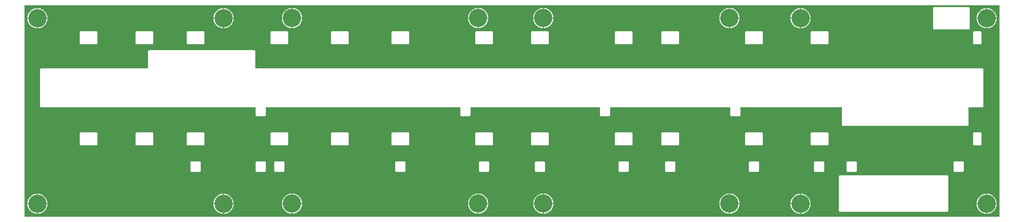
<source format=gtl>
G04 Layer: TopLayer*
G04 EasyEDA v6.5.32, 2023-07-25 14:04:49*
G04 a0b758befd8440d7b96d881f184d22a9,5a6b42c53f6a479593ecc07194224c93,10*
G04 Gerber Generator version 0.2*
G04 Scale: 100 percent, Rotated: No, Reflected: No *
G04 Dimensions in millimeters *
G04 leading zeros omitted , absolute positions ,4 integer and 5 decimal *
%FSLAX45Y45*%
%MOMM*%

%ADD10C,5.0000*%

%LPD*%
G36*
X671068Y15138907D02*
G01*
X667156Y15139669D01*
X663905Y15141905D01*
X661670Y15145156D01*
X660908Y15149068D01*
X660908Y20918932D01*
X661670Y20922843D01*
X663905Y20926094D01*
X667156Y20928330D01*
X671068Y20929092D01*
X27268932Y20929092D01*
X27272843Y20928330D01*
X27276094Y20926094D01*
X27278330Y20922843D01*
X27279092Y20918932D01*
X27279092Y15149068D01*
X27278330Y15145156D01*
X27276094Y15141905D01*
X27272843Y15139669D01*
X27268932Y15138907D01*
G37*

%LPC*%
G36*
X12771018Y20591780D02*
G01*
X13033908Y20591780D01*
X13033908Y20854517D01*
X13017754Y20853501D01*
X12994894Y20850098D01*
X12972389Y20844814D01*
X12950444Y20837702D01*
X12929108Y20828762D01*
X12908635Y20818043D01*
X12889128Y20805648D01*
X12870738Y20791678D01*
X12853568Y20776234D01*
X12837718Y20759369D01*
X12823393Y20741284D01*
X12810591Y20722031D01*
X12799466Y20701762D01*
X12790068Y20680680D01*
X12782448Y20658836D01*
X12776708Y20636484D01*
X12772898Y20613674D01*
G37*
G36*
X1028700Y15218562D02*
G01*
X1033322Y15218663D01*
X1056284Y15221051D01*
X1078992Y15225369D01*
X1101242Y15231618D01*
X1122934Y15239644D01*
X1143812Y15249499D01*
X1163828Y15261031D01*
X1182827Y15274239D01*
X1200607Y15288971D01*
X1217117Y15305125D01*
X1232204Y15322600D01*
X1245819Y15341295D01*
X1257757Y15361107D01*
X1268018Y15381782D01*
X1276553Y15403271D01*
X1283208Y15425369D01*
X1288034Y15447975D01*
X1290929Y15470936D01*
X1291336Y15481300D01*
X1028700Y15481300D01*
G37*
G36*
X21856700Y15218562D02*
G01*
X21861322Y15218663D01*
X21884284Y15221051D01*
X21906992Y15225369D01*
X21929242Y15231618D01*
X21950934Y15239644D01*
X21971812Y15249499D01*
X21991828Y15261031D01*
X22010827Y15274239D01*
X22028607Y15288971D01*
X22045117Y15305125D01*
X22060204Y15322600D01*
X22073819Y15341295D01*
X22085757Y15361107D01*
X22096018Y15381782D01*
X22104553Y15403271D01*
X22111208Y15425369D01*
X22116034Y15447975D01*
X22118929Y15470936D01*
X22119336Y15481300D01*
X21856700Y15481300D01*
G37*
G36*
X26936700Y15218562D02*
G01*
X26941322Y15218663D01*
X26964284Y15221051D01*
X26986992Y15225369D01*
X27009242Y15231618D01*
X27030934Y15239644D01*
X27051812Y15249499D01*
X27071827Y15261031D01*
X27090827Y15274239D01*
X27108607Y15288971D01*
X27125117Y15305125D01*
X27140204Y15322600D01*
X27153819Y15341295D01*
X27165757Y15361107D01*
X27176018Y15381782D01*
X27184553Y15403271D01*
X27191208Y15425369D01*
X27196034Y15447975D01*
X27198929Y15470936D01*
X27199336Y15481300D01*
X26936700Y15481300D01*
G37*
G36*
X26911300Y15218613D02*
G01*
X26911300Y15481300D01*
X26648410Y15481300D01*
X26650289Y15459405D01*
X26654150Y15436646D01*
X26659890Y15414244D01*
X26667460Y15392450D01*
X26676858Y15371318D01*
X26687983Y15351099D01*
X26700784Y15331846D01*
X26715161Y15313710D01*
X26730960Y15296896D01*
X26748130Y15281401D01*
X26766520Y15267432D01*
X26786027Y15255087D01*
X26806499Y15244368D01*
X26827835Y15235428D01*
X26849781Y15228265D01*
X26872285Y15222982D01*
X26895145Y15219629D01*
G37*
G36*
X21831300Y15218613D02*
G01*
X21831300Y15481300D01*
X21568410Y15481300D01*
X21570289Y15459405D01*
X21574150Y15436646D01*
X21579890Y15414244D01*
X21587460Y15392450D01*
X21596858Y15371318D01*
X21607983Y15351099D01*
X21620784Y15331846D01*
X21635161Y15313710D01*
X21650960Y15296896D01*
X21668130Y15281401D01*
X21686520Y15267432D01*
X21706027Y15255087D01*
X21726499Y15244368D01*
X21747835Y15235428D01*
X21769781Y15228265D01*
X21792285Y15222982D01*
X21815145Y15219629D01*
G37*
G36*
X6083300Y15218613D02*
G01*
X6083300Y15481300D01*
X5820410Y15481300D01*
X5822289Y15459405D01*
X5826150Y15436646D01*
X5831890Y15414244D01*
X5839460Y15392450D01*
X5848858Y15371318D01*
X5859983Y15351099D01*
X5872784Y15331846D01*
X5887161Y15313710D01*
X5902960Y15296896D01*
X5920130Y15281401D01*
X5938520Y15267432D01*
X5958027Y15255087D01*
X5978499Y15244368D01*
X5999835Y15235428D01*
X6021781Y15228265D01*
X6044285Y15222982D01*
X6067145Y15219629D01*
G37*
G36*
X1003300Y15218613D02*
G01*
X1003300Y15481300D01*
X740410Y15481300D01*
X742289Y15459405D01*
X746150Y15436646D01*
X751890Y15414244D01*
X759460Y15392450D01*
X768858Y15371318D01*
X779983Y15351099D01*
X792784Y15331846D01*
X807161Y15313710D01*
X822960Y15296896D01*
X840130Y15281401D01*
X858519Y15267432D01*
X878027Y15255087D01*
X898499Y15244368D01*
X919835Y15235428D01*
X941781Y15228265D01*
X964285Y15222982D01*
X987145Y15219629D01*
G37*
G36*
X19917308Y15223642D02*
G01*
X19921931Y15223744D01*
X19944892Y15226182D01*
X19967600Y15230500D01*
X19989850Y15236698D01*
X20011491Y15244775D01*
X20032421Y15254579D01*
X20052436Y15266162D01*
X20071384Y15279319D01*
X20089215Y15294051D01*
X20105725Y15310256D01*
X20120813Y15327731D01*
X20134376Y15346426D01*
X20146365Y15366187D01*
X20156627Y15386862D01*
X20165161Y15408351D01*
X20171816Y15430500D01*
X20176642Y15453106D01*
X20179538Y15476016D01*
X20179944Y15486380D01*
X19917308Y15486380D01*
G37*
G36*
X7979308Y15223642D02*
G01*
X7983931Y15223744D01*
X8006892Y15226182D01*
X8029600Y15230500D01*
X8051850Y15236698D01*
X8073542Y15244775D01*
X8094421Y15254579D01*
X8114436Y15266162D01*
X8133435Y15279319D01*
X8151215Y15294051D01*
X8167725Y15310256D01*
X8182813Y15327731D01*
X8196427Y15346426D01*
X8208365Y15366187D01*
X8218627Y15386862D01*
X8227161Y15408351D01*
X8233816Y15430500D01*
X8238642Y15453106D01*
X8241538Y15476016D01*
X8241944Y15486380D01*
X7979308Y15486380D01*
G37*
G36*
X14837308Y15223642D02*
G01*
X14841931Y15223744D01*
X14864892Y15226182D01*
X14887600Y15230500D01*
X14909850Y15236698D01*
X14931491Y15244775D01*
X14952421Y15254579D01*
X14972436Y15266162D01*
X14991384Y15279319D01*
X15009215Y15294051D01*
X15025725Y15310256D01*
X15040813Y15327731D01*
X15054376Y15346426D01*
X15066365Y15366187D01*
X15076627Y15386862D01*
X15085161Y15408351D01*
X15091816Y15430500D01*
X15096642Y15453106D01*
X15099538Y15476016D01*
X15099944Y15486380D01*
X14837308Y15486380D01*
G37*
G36*
X13059308Y15223642D02*
G01*
X13063931Y15223744D01*
X13086892Y15226182D01*
X13109600Y15230500D01*
X13131850Y15236698D01*
X13153491Y15244775D01*
X13174421Y15254579D01*
X13194436Y15266162D01*
X13213384Y15279319D01*
X13231215Y15294051D01*
X13247725Y15310256D01*
X13262813Y15327731D01*
X13276376Y15346426D01*
X13288365Y15366187D01*
X13298627Y15386862D01*
X13307161Y15408351D01*
X13313816Y15430500D01*
X13318642Y15453106D01*
X13321538Y15476016D01*
X13321944Y15486380D01*
X13059308Y15486380D01*
G37*
G36*
X19891908Y15223693D02*
G01*
X19891908Y15486380D01*
X19629018Y15486380D01*
X19630898Y15464536D01*
X19634708Y15441726D01*
X19640448Y15419374D01*
X19648068Y15397530D01*
X19657466Y15376448D01*
X19668591Y15356179D01*
X19681393Y15336926D01*
X19695718Y15318841D01*
X19711568Y15301976D01*
X19728738Y15286532D01*
X19747128Y15272562D01*
X19766635Y15260167D01*
X19787108Y15249448D01*
X19808444Y15240507D01*
X19830389Y15233345D01*
X19852894Y15228112D01*
X19875754Y15224709D01*
G37*
G36*
X13033908Y15223693D02*
G01*
X13033908Y15486380D01*
X12771018Y15486380D01*
X12772898Y15464536D01*
X12776708Y15441726D01*
X12782448Y15419374D01*
X12790068Y15397530D01*
X12799466Y15376448D01*
X12810591Y15356179D01*
X12823393Y15336926D01*
X12837718Y15318841D01*
X12853568Y15301976D01*
X12870738Y15286532D01*
X12889128Y15272562D01*
X12908635Y15260167D01*
X12929108Y15249448D01*
X12950444Y15240507D01*
X12972389Y15233345D01*
X12994894Y15228112D01*
X13017754Y15224709D01*
G37*
G36*
X7953908Y15223693D02*
G01*
X7953908Y15486380D01*
X7691018Y15486380D01*
X7692898Y15464536D01*
X7696758Y15441726D01*
X7702499Y15419374D01*
X7710068Y15397530D01*
X7719466Y15376448D01*
X7730591Y15356179D01*
X7743393Y15336926D01*
X7757769Y15318841D01*
X7773568Y15301976D01*
X7790738Y15286532D01*
X7809128Y15272562D01*
X7828635Y15260167D01*
X7849108Y15249448D01*
X7870444Y15240507D01*
X7892389Y15233345D01*
X7914894Y15228112D01*
X7937753Y15224709D01*
G37*
G36*
X14811908Y15223693D02*
G01*
X14811908Y15486380D01*
X14549018Y15486380D01*
X14550898Y15464536D01*
X14554707Y15441726D01*
X14560448Y15419374D01*
X14568068Y15397530D01*
X14577466Y15376448D01*
X14588591Y15356179D01*
X14601393Y15336926D01*
X14615718Y15318841D01*
X14631568Y15301976D01*
X14648738Y15286532D01*
X14667128Y15272562D01*
X14686635Y15260167D01*
X14707107Y15249448D01*
X14728444Y15240507D01*
X14750389Y15233345D01*
X14772894Y15228112D01*
X14795754Y15224709D01*
G37*
G36*
X22917708Y15277592D02*
G01*
X25850291Y15277592D01*
X25856590Y15278303D01*
X25862076Y15280233D01*
X25866953Y15283281D01*
X25871068Y15287396D01*
X25874116Y15292273D01*
X25876046Y15297759D01*
X25876758Y15304058D01*
X25876758Y16242741D01*
X25876046Y16249040D01*
X25874116Y16254526D01*
X25871068Y16259403D01*
X25866953Y16263518D01*
X25862076Y16266566D01*
X25856590Y16268496D01*
X25850291Y16269207D01*
X22917708Y16269207D01*
X22911409Y16268496D01*
X22905923Y16266566D01*
X22901046Y16263518D01*
X22896931Y16259403D01*
X22893883Y16254526D01*
X22891953Y16249040D01*
X22891242Y16242741D01*
X22891242Y15304058D01*
X22891953Y15297759D01*
X22893883Y15292273D01*
X22896931Y15287396D01*
X22901046Y15283281D01*
X22905923Y15280233D01*
X22911409Y15278303D01*
G37*
G36*
X21856700Y15506700D02*
G01*
X22119336Y15506700D01*
X22118929Y15517063D01*
X22116034Y15540024D01*
X22111208Y15562630D01*
X22104553Y15584728D01*
X22096018Y15606217D01*
X22085757Y15626892D01*
X22073819Y15646704D01*
X22060204Y15665348D01*
X22045117Y15682874D01*
X22028607Y15699028D01*
X22010827Y15713760D01*
X21991828Y15726968D01*
X21971812Y15738500D01*
X21950934Y15748355D01*
X21929242Y15756382D01*
X21906992Y15762630D01*
X21884284Y15766948D01*
X21861322Y15769336D01*
X21856700Y15769437D01*
G37*
G36*
X6108700Y15506700D02*
G01*
X6371336Y15506700D01*
X6370929Y15517063D01*
X6368034Y15540024D01*
X6363208Y15562630D01*
X6356553Y15584728D01*
X6348018Y15606217D01*
X6337757Y15626892D01*
X6325819Y15646704D01*
X6312204Y15665348D01*
X6297117Y15682874D01*
X6280607Y15699028D01*
X6262827Y15713760D01*
X6243828Y15726968D01*
X6223812Y15738500D01*
X6202934Y15748355D01*
X6181242Y15756382D01*
X6158992Y15762630D01*
X6136284Y15766948D01*
X6113322Y15769336D01*
X6108700Y15769437D01*
G37*
G36*
X1028700Y15506700D02*
G01*
X1291336Y15506700D01*
X1290929Y15517063D01*
X1288034Y15540024D01*
X1283208Y15562630D01*
X1276553Y15584728D01*
X1268018Y15606217D01*
X1257757Y15626892D01*
X1245819Y15646704D01*
X1232204Y15665348D01*
X1217117Y15682874D01*
X1200607Y15699028D01*
X1182827Y15713760D01*
X1163828Y15726968D01*
X1143812Y15738500D01*
X1122934Y15748355D01*
X1101242Y15756382D01*
X1078992Y15762630D01*
X1056284Y15766948D01*
X1033322Y15769336D01*
X1028700Y15769437D01*
G37*
G36*
X26936700Y15506700D02*
G01*
X27199336Y15506700D01*
X27198929Y15517063D01*
X27196034Y15540024D01*
X27191208Y15562630D01*
X27184553Y15584728D01*
X27176018Y15606217D01*
X27165757Y15626892D01*
X27153819Y15646704D01*
X27140204Y15665348D01*
X27125117Y15682874D01*
X27108607Y15699028D01*
X27090827Y15713760D01*
X27071827Y15726968D01*
X27051812Y15738500D01*
X27030934Y15748355D01*
X27009242Y15756382D01*
X26986992Y15762630D01*
X26964284Y15766948D01*
X26941322Y15769336D01*
X26936700Y15769437D01*
G37*
G36*
X21568410Y15506700D02*
G01*
X21831300Y15506700D01*
X21831300Y15769386D01*
X21815145Y15768370D01*
X21792285Y15765018D01*
X21769781Y15759734D01*
X21747835Y15752572D01*
X21726499Y15743631D01*
X21706027Y15732912D01*
X21686520Y15720568D01*
X21668130Y15706598D01*
X21650960Y15691104D01*
X21635161Y15674289D01*
X21620784Y15656153D01*
X21607983Y15636900D01*
X21596858Y15616682D01*
X21587460Y15595549D01*
X21579890Y15573756D01*
X21574150Y15551353D01*
X21570289Y15528594D01*
G37*
G36*
X5820410Y15506700D02*
G01*
X6083300Y15506700D01*
X6083300Y15769386D01*
X6067145Y15768370D01*
X6044285Y15765018D01*
X6021781Y15759734D01*
X5999835Y15752572D01*
X5978499Y15743631D01*
X5958027Y15732912D01*
X5938520Y15720568D01*
X5920130Y15706598D01*
X5902960Y15691104D01*
X5887161Y15674289D01*
X5872784Y15656153D01*
X5859983Y15636900D01*
X5848858Y15616682D01*
X5839460Y15595549D01*
X5831890Y15573756D01*
X5826150Y15551353D01*
X5822289Y15528594D01*
G37*
G36*
X26648410Y15506700D02*
G01*
X26911300Y15506700D01*
X26911300Y15769386D01*
X26895145Y15768370D01*
X26872285Y15765018D01*
X26849781Y15759734D01*
X26827835Y15752572D01*
X26806499Y15743631D01*
X26786027Y15732912D01*
X26766520Y15720568D01*
X26748130Y15706598D01*
X26730960Y15691104D01*
X26715161Y15674289D01*
X26700784Y15656153D01*
X26687983Y15636900D01*
X26676858Y15616682D01*
X26667460Y15595549D01*
X26659890Y15573756D01*
X26654150Y15551353D01*
X26650289Y15528594D01*
G37*
G36*
X740410Y15506700D02*
G01*
X1003300Y15506700D01*
X1003300Y15769386D01*
X987145Y15768370D01*
X964285Y15765018D01*
X941781Y15759734D01*
X919835Y15752572D01*
X898499Y15743631D01*
X878027Y15732912D01*
X858519Y15720568D01*
X840130Y15706598D01*
X822960Y15691104D01*
X807161Y15674289D01*
X792784Y15656153D01*
X779983Y15636900D01*
X768858Y15616682D01*
X759460Y15595549D01*
X751890Y15573756D01*
X746150Y15551353D01*
X742289Y15528594D01*
G37*
G36*
X19917308Y15511780D02*
G01*
X20179944Y15511780D01*
X20179538Y15522194D01*
X20176642Y15545104D01*
X20171816Y15567710D01*
X20165161Y15589808D01*
X20156627Y15611297D01*
X20146365Y15632023D01*
X20134376Y15651784D01*
X20120813Y15670479D01*
X20105725Y15687954D01*
X20089215Y15704108D01*
X20071384Y15718840D01*
X20052436Y15732048D01*
X20032421Y15743580D01*
X20011491Y15753435D01*
X19989850Y15761512D01*
X19967600Y15767710D01*
X19944892Y15772028D01*
X19921931Y15774466D01*
X19917308Y15774568D01*
G37*
G36*
X7979308Y15511780D02*
G01*
X8241944Y15511780D01*
X8241538Y15522194D01*
X8238642Y15545104D01*
X8233816Y15567710D01*
X8227161Y15589859D01*
X8218627Y15611348D01*
X8208365Y15632023D01*
X8196427Y15651784D01*
X8182813Y15670479D01*
X8167725Y15687954D01*
X8151215Y15704159D01*
X8133435Y15718891D01*
X8114436Y15732048D01*
X8094421Y15743631D01*
X8073542Y15753435D01*
X8051850Y15761512D01*
X8029600Y15767710D01*
X8006892Y15772028D01*
X7983931Y15774466D01*
X7979308Y15774568D01*
G37*
G36*
X13059308Y15511780D02*
G01*
X13321944Y15511780D01*
X13321538Y15522194D01*
X13318642Y15545104D01*
X13313816Y15567710D01*
X13307161Y15589808D01*
X13298627Y15611297D01*
X13288365Y15632023D01*
X13276376Y15651784D01*
X13262813Y15670479D01*
X13247725Y15687954D01*
X13231215Y15704108D01*
X13213384Y15718840D01*
X13194436Y15732048D01*
X13174421Y15743580D01*
X13153491Y15753435D01*
X13131850Y15761512D01*
X13109600Y15767710D01*
X13086892Y15772028D01*
X13063931Y15774466D01*
X13059308Y15774568D01*
G37*
G36*
X14837308Y15511780D02*
G01*
X15099944Y15511780D01*
X15099538Y15522194D01*
X15096642Y15545104D01*
X15091816Y15567710D01*
X15085161Y15589808D01*
X15076627Y15611297D01*
X15066365Y15632023D01*
X15054376Y15651784D01*
X15040813Y15670479D01*
X15025725Y15687954D01*
X15009215Y15704108D01*
X14991384Y15718840D01*
X14972436Y15732048D01*
X14952421Y15743580D01*
X14931491Y15753435D01*
X14909850Y15761512D01*
X14887600Y15767710D01*
X14864892Y15772028D01*
X14841931Y15774466D01*
X14837308Y15774568D01*
G37*
G36*
X14549018Y15511780D02*
G01*
X14811908Y15511780D01*
X14811908Y15774517D01*
X14795754Y15773501D01*
X14772894Y15770098D01*
X14750389Y15764814D01*
X14728444Y15757702D01*
X14707107Y15748762D01*
X14686635Y15738043D01*
X14667128Y15725648D01*
X14648738Y15711678D01*
X14631568Y15696234D01*
X14615718Y15679369D01*
X14601393Y15661284D01*
X14588591Y15642031D01*
X14577466Y15621762D01*
X14568068Y15600680D01*
X14560448Y15578836D01*
X14554707Y15556484D01*
X14550898Y15533674D01*
G37*
G36*
X12771018Y15511780D02*
G01*
X13033908Y15511780D01*
X13033908Y15774517D01*
X13017754Y15773501D01*
X12994894Y15770098D01*
X12972389Y15764814D01*
X12950444Y15757702D01*
X12929108Y15748762D01*
X12908635Y15738043D01*
X12889128Y15725648D01*
X12870738Y15711678D01*
X12853568Y15696234D01*
X12837718Y15679369D01*
X12823393Y15661284D01*
X12810591Y15642031D01*
X12799466Y15621762D01*
X12790068Y15600680D01*
X12782448Y15578836D01*
X12776708Y15556484D01*
X12772898Y15533674D01*
G37*
G36*
X19629018Y15511780D02*
G01*
X19891908Y15511780D01*
X19891908Y15774517D01*
X19875754Y15773501D01*
X19852894Y15770098D01*
X19830389Y15764814D01*
X19808444Y15757702D01*
X19787108Y15748762D01*
X19766635Y15738043D01*
X19747128Y15725648D01*
X19728738Y15711678D01*
X19711568Y15696234D01*
X19695718Y15679369D01*
X19681393Y15661284D01*
X19668591Y15642031D01*
X19657466Y15621762D01*
X19648068Y15600680D01*
X19640448Y15578836D01*
X19634708Y15556484D01*
X19630898Y15533674D01*
G37*
G36*
X7691018Y15511780D02*
G01*
X7953908Y15511780D01*
X7953908Y15774517D01*
X7937753Y15773501D01*
X7914894Y15770098D01*
X7892389Y15764865D01*
X7870444Y15757702D01*
X7849108Y15748762D01*
X7828635Y15738043D01*
X7809128Y15725648D01*
X7790738Y15711678D01*
X7773568Y15696234D01*
X7757769Y15679369D01*
X7743393Y15661284D01*
X7730591Y15642031D01*
X7719466Y15621762D01*
X7710068Y15600680D01*
X7702499Y15578836D01*
X7696758Y15556484D01*
X7692898Y15533674D01*
G37*
G36*
X16904258Y16369792D02*
G01*
X17131741Y16369792D01*
X17138040Y16370503D01*
X17143526Y16372433D01*
X17148403Y16375481D01*
X17152518Y16379596D01*
X17155566Y16384473D01*
X17157496Y16389959D01*
X17158208Y16396258D01*
X17158208Y16623741D01*
X17157496Y16630040D01*
X17155566Y16635526D01*
X17152518Y16640403D01*
X17148403Y16644518D01*
X17143526Y16647566D01*
X17138040Y16649496D01*
X17131741Y16650207D01*
X16904258Y16650207D01*
X16897959Y16649496D01*
X16892473Y16647566D01*
X16887596Y16644518D01*
X16883481Y16640403D01*
X16880433Y16635526D01*
X16878503Y16630040D01*
X16877792Y16623741D01*
X16877792Y16396258D01*
X16878503Y16389959D01*
X16880433Y16384473D01*
X16883481Y16379596D01*
X16887596Y16375481D01*
X16892473Y16372433D01*
X16897959Y16370503D01*
G37*
G36*
X14618258Y16369792D02*
G01*
X14845741Y16369792D01*
X14852040Y16370503D01*
X14857526Y16372433D01*
X14862403Y16375481D01*
X14866518Y16379596D01*
X14869566Y16384473D01*
X14871496Y16389959D01*
X14872207Y16396258D01*
X14872207Y16623741D01*
X14871496Y16630040D01*
X14869566Y16635526D01*
X14866518Y16640403D01*
X14862403Y16644518D01*
X14857526Y16647566D01*
X14852040Y16649496D01*
X14845741Y16650207D01*
X14618258Y16650207D01*
X14611959Y16649496D01*
X14606473Y16647566D01*
X14601596Y16644518D01*
X14597481Y16640403D01*
X14594433Y16635526D01*
X14592503Y16630040D01*
X14591792Y16623741D01*
X14591792Y16396258D01*
X14592503Y16389959D01*
X14594433Y16384473D01*
X14597481Y16379596D01*
X14601596Y16375481D01*
X14606473Y16372433D01*
X14611959Y16370503D01*
G37*
G36*
X20460258Y16369792D02*
G01*
X20687741Y16369792D01*
X20694040Y16370503D01*
X20699526Y16372433D01*
X20704403Y16375481D01*
X20708518Y16379596D01*
X20711566Y16384473D01*
X20713496Y16389959D01*
X20714208Y16396258D01*
X20714208Y16623741D01*
X20713496Y16630040D01*
X20711566Y16635526D01*
X20708518Y16640403D01*
X20704403Y16644518D01*
X20699526Y16647566D01*
X20694040Y16649496D01*
X20687741Y16650207D01*
X20460258Y16650207D01*
X20453959Y16649496D01*
X20448473Y16647566D01*
X20443596Y16644518D01*
X20439481Y16640403D01*
X20436433Y16635526D01*
X20434503Y16630040D01*
X20433792Y16623741D01*
X20433792Y16396258D01*
X20434503Y16389959D01*
X20436433Y16384473D01*
X20439481Y16379596D01*
X20443596Y16375481D01*
X20448473Y16372433D01*
X20453959Y16370503D01*
G37*
G36*
X10808258Y16369792D02*
G01*
X11035741Y16369792D01*
X11042040Y16370503D01*
X11047526Y16372433D01*
X11052403Y16375481D01*
X11056518Y16379596D01*
X11059566Y16384473D01*
X11061496Y16389959D01*
X11062208Y16396258D01*
X11062208Y16623741D01*
X11061496Y16630040D01*
X11059566Y16635526D01*
X11056518Y16640403D01*
X11052403Y16644518D01*
X11047526Y16647566D01*
X11042040Y16649496D01*
X11035741Y16650207D01*
X10808258Y16650207D01*
X10801959Y16649496D01*
X10796473Y16647566D01*
X10791596Y16644518D01*
X10787481Y16640403D01*
X10784433Y16635526D01*
X10782503Y16630040D01*
X10781792Y16623741D01*
X10781792Y16396258D01*
X10782503Y16389959D01*
X10784433Y16384473D01*
X10787481Y16379596D01*
X10791596Y16375481D01*
X10796473Y16372433D01*
X10801959Y16370503D01*
G37*
G36*
X18174258Y16369792D02*
G01*
X18401741Y16369792D01*
X18408040Y16370503D01*
X18413526Y16372433D01*
X18418403Y16375481D01*
X18422518Y16379596D01*
X18425566Y16384473D01*
X18427496Y16389959D01*
X18428208Y16396258D01*
X18428208Y16623741D01*
X18427496Y16630040D01*
X18425566Y16635526D01*
X18422518Y16640403D01*
X18418403Y16644518D01*
X18413526Y16647566D01*
X18408040Y16649496D01*
X18401741Y16650207D01*
X18174258Y16650207D01*
X18167959Y16649496D01*
X18162473Y16647566D01*
X18157596Y16644518D01*
X18153481Y16640403D01*
X18150433Y16635526D01*
X18148503Y16630040D01*
X18147792Y16623741D01*
X18147792Y16396258D01*
X18148503Y16389959D01*
X18150433Y16384473D01*
X18153481Y16379596D01*
X18157596Y16375481D01*
X18162473Y16372433D01*
X18167959Y16370503D01*
G37*
G36*
X6998258Y16369792D02*
G01*
X7225741Y16369792D01*
X7232040Y16370503D01*
X7237526Y16372433D01*
X7242403Y16375481D01*
X7246518Y16379596D01*
X7249566Y16384473D01*
X7251496Y16389959D01*
X7252208Y16396258D01*
X7252208Y16623741D01*
X7251496Y16630040D01*
X7249566Y16635526D01*
X7246518Y16640403D01*
X7242403Y16644518D01*
X7237526Y16647566D01*
X7232040Y16649496D01*
X7225741Y16650207D01*
X6998258Y16650207D01*
X6991959Y16649496D01*
X6986473Y16647566D01*
X6981596Y16644518D01*
X6977481Y16640403D01*
X6974433Y16635526D01*
X6972503Y16630040D01*
X6971792Y16623741D01*
X6971792Y16396258D01*
X6972503Y16389959D01*
X6974433Y16384473D01*
X6977481Y16379596D01*
X6981596Y16375481D01*
X6986473Y16372433D01*
X6991959Y16370503D01*
G37*
G36*
X7506258Y16369792D02*
G01*
X7733741Y16369792D01*
X7740040Y16370503D01*
X7745526Y16372433D01*
X7750403Y16375481D01*
X7754518Y16379596D01*
X7757566Y16384473D01*
X7759496Y16389959D01*
X7760208Y16396258D01*
X7760208Y16623741D01*
X7759496Y16630040D01*
X7757566Y16635526D01*
X7754518Y16640403D01*
X7750403Y16644518D01*
X7745526Y16647566D01*
X7740040Y16649496D01*
X7733741Y16650207D01*
X7506258Y16650207D01*
X7499959Y16649496D01*
X7494473Y16647566D01*
X7489596Y16644518D01*
X7485481Y16640403D01*
X7482433Y16635526D01*
X7480503Y16630040D01*
X7479792Y16623741D01*
X7479792Y16396258D01*
X7480503Y16389959D01*
X7482433Y16384473D01*
X7485481Y16379596D01*
X7489596Y16375481D01*
X7494473Y16372433D01*
X7499959Y16370503D01*
G37*
G36*
X26048258Y16369792D02*
G01*
X26275741Y16369792D01*
X26282040Y16370503D01*
X26287526Y16372433D01*
X26292403Y16375481D01*
X26296518Y16379596D01*
X26299566Y16384473D01*
X26301496Y16389959D01*
X26302208Y16396258D01*
X26302208Y16623741D01*
X26301496Y16630040D01*
X26299566Y16635526D01*
X26296518Y16640403D01*
X26292403Y16644518D01*
X26287526Y16647566D01*
X26282040Y16649496D01*
X26275741Y16650207D01*
X26048258Y16650207D01*
X26041959Y16649496D01*
X26036473Y16647566D01*
X26031596Y16644518D01*
X26027481Y16640403D01*
X26024433Y16635526D01*
X26022503Y16630040D01*
X26021792Y16623741D01*
X26021792Y16396258D01*
X26022503Y16389959D01*
X26024433Y16384473D01*
X26027481Y16379596D01*
X26031596Y16375481D01*
X26036473Y16372433D01*
X26041959Y16370503D01*
G37*
G36*
X13094258Y16369792D02*
G01*
X13321741Y16369792D01*
X13328040Y16370503D01*
X13333526Y16372433D01*
X13338403Y16375481D01*
X13342518Y16379596D01*
X13345566Y16384473D01*
X13347496Y16389959D01*
X13348207Y16396258D01*
X13348207Y16623741D01*
X13347496Y16630040D01*
X13345566Y16635526D01*
X13342518Y16640403D01*
X13338403Y16644518D01*
X13333526Y16647566D01*
X13328040Y16649496D01*
X13321741Y16650207D01*
X13094258Y16650207D01*
X13087959Y16649496D01*
X13082473Y16647566D01*
X13077596Y16644518D01*
X13073481Y16640403D01*
X13070433Y16635526D01*
X13068503Y16630040D01*
X13067792Y16623741D01*
X13067792Y16396258D01*
X13068503Y16389959D01*
X13070433Y16384473D01*
X13073481Y16379596D01*
X13077596Y16375481D01*
X13082473Y16372433D01*
X13087959Y16370503D01*
G37*
G36*
X23127258Y16369792D02*
G01*
X23354741Y16369792D01*
X23361040Y16370503D01*
X23366526Y16372433D01*
X23371403Y16375481D01*
X23375518Y16379596D01*
X23378566Y16384473D01*
X23380496Y16389959D01*
X23381208Y16396258D01*
X23381208Y16623741D01*
X23380496Y16630040D01*
X23378566Y16635526D01*
X23375518Y16640403D01*
X23371403Y16644518D01*
X23366526Y16647566D01*
X23361040Y16649496D01*
X23354741Y16650207D01*
X23127258Y16650207D01*
X23120959Y16649496D01*
X23115473Y16647566D01*
X23110596Y16644518D01*
X23106481Y16640403D01*
X23103433Y16635526D01*
X23101503Y16630040D01*
X23100792Y16623741D01*
X23100792Y16396258D01*
X23101503Y16389959D01*
X23103433Y16384473D01*
X23106481Y16379596D01*
X23110596Y16375481D01*
X23115473Y16372433D01*
X23120959Y16370503D01*
G37*
G36*
X22238258Y16369792D02*
G01*
X22465741Y16369792D01*
X22472040Y16370503D01*
X22477526Y16372433D01*
X22482403Y16375481D01*
X22486518Y16379596D01*
X22489566Y16384473D01*
X22491496Y16389959D01*
X22492208Y16396258D01*
X22492208Y16623741D01*
X22491496Y16630040D01*
X22489566Y16635526D01*
X22486518Y16640403D01*
X22482403Y16644518D01*
X22477526Y16647566D01*
X22472040Y16649496D01*
X22465741Y16650207D01*
X22238258Y16650207D01*
X22231959Y16649496D01*
X22226473Y16647566D01*
X22221596Y16644518D01*
X22217481Y16640403D01*
X22214433Y16635526D01*
X22212503Y16630040D01*
X22211792Y16623741D01*
X22211792Y16396258D01*
X22212503Y16389959D01*
X22214433Y16384473D01*
X22217481Y16379596D01*
X22221596Y16375481D01*
X22226473Y16372433D01*
X22231959Y16370503D01*
G37*
G36*
X5220258Y16369792D02*
G01*
X5447741Y16369792D01*
X5454040Y16370503D01*
X5459526Y16372433D01*
X5464403Y16375481D01*
X5468518Y16379596D01*
X5471566Y16384473D01*
X5473496Y16389959D01*
X5474208Y16396258D01*
X5474208Y16623741D01*
X5473496Y16630040D01*
X5471566Y16635526D01*
X5468518Y16640403D01*
X5464403Y16644518D01*
X5459526Y16647566D01*
X5454040Y16649496D01*
X5447741Y16650207D01*
X5220258Y16650207D01*
X5213959Y16649496D01*
X5208473Y16647566D01*
X5203596Y16644518D01*
X5199481Y16640403D01*
X5196433Y16635526D01*
X5194503Y16630040D01*
X5193792Y16623741D01*
X5193792Y16396258D01*
X5194503Y16389959D01*
X5196433Y16384473D01*
X5199481Y16379596D01*
X5203596Y16375481D01*
X5208473Y16372433D01*
X5213959Y16370503D01*
G37*
G36*
X26581658Y17093692D02*
G01*
X26758341Y17093692D01*
X26764640Y17094403D01*
X26770126Y17096333D01*
X26775003Y17099381D01*
X26779118Y17103496D01*
X26782166Y17108373D01*
X26784096Y17113859D01*
X26784808Y17120158D01*
X26784808Y17423841D01*
X26784096Y17430140D01*
X26782166Y17435626D01*
X26779118Y17440503D01*
X26775003Y17444618D01*
X26770126Y17447666D01*
X26764640Y17449596D01*
X26758341Y17450308D01*
X26581658Y17450308D01*
X26575359Y17449596D01*
X26569873Y17447666D01*
X26564996Y17444618D01*
X26560881Y17440503D01*
X26557833Y17435626D01*
X26555903Y17430140D01*
X26555192Y17423841D01*
X26555192Y17120158D01*
X26555903Y17113859D01*
X26557833Y17108373D01*
X26560881Y17103496D01*
X26564996Y17099381D01*
X26569873Y17096333D01*
X26575359Y17094403D01*
G37*
G36*
X16802658Y17093692D02*
G01*
X17233341Y17093692D01*
X17239640Y17094403D01*
X17245126Y17096333D01*
X17250003Y17099381D01*
X17254118Y17103496D01*
X17257166Y17108373D01*
X17259096Y17113859D01*
X17259808Y17120158D01*
X17259808Y17423841D01*
X17259096Y17430140D01*
X17257166Y17435626D01*
X17254118Y17440503D01*
X17250003Y17444618D01*
X17245126Y17447666D01*
X17239640Y17449596D01*
X17233341Y17450308D01*
X16802658Y17450308D01*
X16796359Y17449596D01*
X16790873Y17447666D01*
X16785996Y17444618D01*
X16781881Y17440503D01*
X16778833Y17435626D01*
X16776903Y17430140D01*
X16776192Y17423841D01*
X16776192Y17120158D01*
X16776903Y17113859D01*
X16778833Y17108373D01*
X16781881Y17103496D01*
X16785996Y17099381D01*
X16790873Y17096333D01*
X16796359Y17094403D01*
G37*
G36*
X7404658Y17093692D02*
G01*
X7835341Y17093692D01*
X7841640Y17094403D01*
X7847126Y17096333D01*
X7852003Y17099381D01*
X7856118Y17103496D01*
X7859166Y17108373D01*
X7861096Y17113859D01*
X7861808Y17120158D01*
X7861808Y17423841D01*
X7861096Y17430140D01*
X7859166Y17435626D01*
X7856118Y17440503D01*
X7852003Y17444618D01*
X7847126Y17447666D01*
X7841640Y17449596D01*
X7835341Y17450308D01*
X7404658Y17450308D01*
X7398359Y17449596D01*
X7392873Y17447666D01*
X7387996Y17444618D01*
X7383881Y17440503D01*
X7380833Y17435626D01*
X7378903Y17430140D01*
X7378192Y17423841D01*
X7378192Y17120158D01*
X7378903Y17113859D01*
X7380833Y17108373D01*
X7383881Y17103496D01*
X7387996Y17099381D01*
X7392873Y17096333D01*
X7398359Y17094403D01*
G37*
G36*
X18072658Y17093692D02*
G01*
X18503341Y17093692D01*
X18509640Y17094403D01*
X18515126Y17096333D01*
X18520003Y17099381D01*
X18524118Y17103496D01*
X18527166Y17108373D01*
X18529096Y17113859D01*
X18529808Y17120158D01*
X18529808Y17423841D01*
X18529096Y17430140D01*
X18527166Y17435626D01*
X18524118Y17440503D01*
X18520003Y17444618D01*
X18515126Y17447666D01*
X18509640Y17449596D01*
X18503341Y17450308D01*
X18072658Y17450308D01*
X18066359Y17449596D01*
X18060873Y17447666D01*
X18055996Y17444618D01*
X18051881Y17440503D01*
X18048833Y17435626D01*
X18046903Y17430140D01*
X18046192Y17423841D01*
X18046192Y17120158D01*
X18046903Y17113859D01*
X18048833Y17108373D01*
X18051881Y17103496D01*
X18055996Y17099381D01*
X18060873Y17096333D01*
X18066359Y17094403D01*
G37*
G36*
X9055658Y17093692D02*
G01*
X9486341Y17093692D01*
X9492640Y17094403D01*
X9498126Y17096333D01*
X9503003Y17099381D01*
X9507118Y17103496D01*
X9510166Y17108373D01*
X9512096Y17113859D01*
X9512808Y17120158D01*
X9512808Y17423841D01*
X9512096Y17430140D01*
X9510166Y17435626D01*
X9507118Y17440503D01*
X9503003Y17444618D01*
X9498126Y17447666D01*
X9492640Y17449596D01*
X9486341Y17450308D01*
X9055658Y17450308D01*
X9049359Y17449596D01*
X9043873Y17447666D01*
X9038996Y17444618D01*
X9034881Y17440503D01*
X9031833Y17435626D01*
X9029903Y17430140D01*
X9029192Y17423841D01*
X9029192Y17120158D01*
X9029903Y17113859D01*
X9031833Y17108373D01*
X9034881Y17103496D01*
X9038996Y17099381D01*
X9043873Y17096333D01*
X9049359Y17094403D01*
G37*
G36*
X14516658Y17093692D02*
G01*
X14947341Y17093692D01*
X14953640Y17094403D01*
X14959126Y17096333D01*
X14964003Y17099381D01*
X14968118Y17103496D01*
X14971166Y17108373D01*
X14973096Y17113859D01*
X14973807Y17120158D01*
X14973807Y17423841D01*
X14973096Y17430140D01*
X14971166Y17435626D01*
X14968118Y17440503D01*
X14964003Y17444618D01*
X14959126Y17447666D01*
X14953640Y17449596D01*
X14947341Y17450308D01*
X14516658Y17450308D01*
X14510359Y17449596D01*
X14504873Y17447666D01*
X14499996Y17444618D01*
X14495881Y17440503D01*
X14492833Y17435626D01*
X14490903Y17430140D01*
X14490192Y17423841D01*
X14490192Y17120158D01*
X14490903Y17113859D01*
X14492833Y17108373D01*
X14495881Y17103496D01*
X14499996Y17099381D01*
X14504873Y17096333D01*
X14510359Y17094403D01*
G37*
G36*
X10706658Y17093692D02*
G01*
X11137341Y17093692D01*
X11143640Y17094403D01*
X11149126Y17096333D01*
X11154003Y17099381D01*
X11158118Y17103496D01*
X11161166Y17108373D01*
X11163096Y17113859D01*
X11163808Y17120158D01*
X11163808Y17423841D01*
X11163096Y17430140D01*
X11161166Y17435626D01*
X11158118Y17440503D01*
X11154003Y17444618D01*
X11149126Y17447666D01*
X11143640Y17449596D01*
X11137341Y17450308D01*
X10706658Y17450308D01*
X10700359Y17449596D01*
X10694873Y17447666D01*
X10689996Y17444618D01*
X10685881Y17440503D01*
X10682833Y17435626D01*
X10680903Y17430140D01*
X10680192Y17423841D01*
X10680192Y17120158D01*
X10680903Y17113859D01*
X10682833Y17108373D01*
X10685881Y17103496D01*
X10689996Y17099381D01*
X10694873Y17096333D01*
X10700359Y17094403D01*
G37*
G36*
X5118658Y17093692D02*
G01*
X5549341Y17093692D01*
X5555640Y17094403D01*
X5561126Y17096333D01*
X5566003Y17099381D01*
X5570118Y17103496D01*
X5573166Y17108373D01*
X5575096Y17113859D01*
X5575808Y17120158D01*
X5575808Y17423841D01*
X5575096Y17430140D01*
X5573166Y17435626D01*
X5570118Y17440503D01*
X5566003Y17444618D01*
X5561126Y17447666D01*
X5555640Y17449596D01*
X5549341Y17450308D01*
X5118658Y17450308D01*
X5112359Y17449596D01*
X5106873Y17447666D01*
X5101996Y17444618D01*
X5097881Y17440503D01*
X5094833Y17435626D01*
X5092903Y17430140D01*
X5092192Y17423841D01*
X5092192Y17120158D01*
X5092903Y17113859D01*
X5094833Y17108373D01*
X5097881Y17103496D01*
X5101996Y17099381D01*
X5106873Y17096333D01*
X5112359Y17094403D01*
G37*
G36*
X12992658Y17093692D02*
G01*
X13423341Y17093692D01*
X13429640Y17094403D01*
X13435126Y17096333D01*
X13440003Y17099381D01*
X13444118Y17103496D01*
X13447166Y17108373D01*
X13449096Y17113859D01*
X13449807Y17120158D01*
X13449807Y17423841D01*
X13449096Y17430140D01*
X13447166Y17435626D01*
X13444118Y17440503D01*
X13440003Y17444618D01*
X13435126Y17447666D01*
X13429640Y17449596D01*
X13423341Y17450308D01*
X12992658Y17450308D01*
X12986359Y17449596D01*
X12980873Y17447666D01*
X12975996Y17444618D01*
X12971881Y17440503D01*
X12968833Y17435626D01*
X12966903Y17430140D01*
X12966192Y17423841D01*
X12966192Y17120158D01*
X12966903Y17113859D01*
X12968833Y17108373D01*
X12971881Y17103496D01*
X12975996Y17099381D01*
X12980873Y17096333D01*
X12986359Y17094403D01*
G37*
G36*
X6108700Y15218562D02*
G01*
X6113322Y15218663D01*
X6136284Y15221051D01*
X6158992Y15225369D01*
X6181242Y15231618D01*
X6202934Y15239644D01*
X6223812Y15249499D01*
X6243828Y15261031D01*
X6262827Y15274239D01*
X6280607Y15288971D01*
X6297117Y15305125D01*
X6312204Y15322600D01*
X6325819Y15341295D01*
X6337757Y15361107D01*
X6348018Y15381782D01*
X6356553Y15403271D01*
X6363208Y15425369D01*
X6368034Y15447975D01*
X6370929Y15470936D01*
X6371336Y15481300D01*
X6108700Y15481300D01*
G37*
G36*
X20358658Y17093692D02*
G01*
X20789341Y17093692D01*
X20795640Y17094403D01*
X20801126Y17096333D01*
X20806003Y17099381D01*
X20810118Y17103496D01*
X20813166Y17108373D01*
X20815096Y17113859D01*
X20815808Y17120158D01*
X20815808Y17423841D01*
X20815096Y17430140D01*
X20813166Y17435626D01*
X20810118Y17440503D01*
X20806003Y17444618D01*
X20801126Y17447666D01*
X20795640Y17449596D01*
X20789341Y17450308D01*
X20358658Y17450308D01*
X20352359Y17449596D01*
X20346873Y17447666D01*
X20341996Y17444618D01*
X20337881Y17440503D01*
X20334833Y17435626D01*
X20332903Y17430140D01*
X20332192Y17423841D01*
X20332192Y17120158D01*
X20332903Y17113859D01*
X20334833Y17108373D01*
X20337881Y17103496D01*
X20341996Y17099381D01*
X20346873Y17096333D01*
X20352359Y17094403D01*
G37*
G36*
X22149358Y17093692D02*
G01*
X22580041Y17093692D01*
X22586340Y17094403D01*
X22591826Y17096333D01*
X22596703Y17099381D01*
X22600818Y17103496D01*
X22603866Y17108373D01*
X22605796Y17113859D01*
X22606508Y17120158D01*
X22606508Y17423841D01*
X22605796Y17430140D01*
X22603866Y17435626D01*
X22600818Y17440503D01*
X22596703Y17444618D01*
X22591826Y17447666D01*
X22586340Y17449596D01*
X22580041Y17450308D01*
X22149358Y17450308D01*
X22143059Y17449596D01*
X22137573Y17447666D01*
X22132696Y17444618D01*
X22128581Y17440503D01*
X22125533Y17435626D01*
X22123603Y17430140D01*
X22122892Y17423841D01*
X22122892Y17120158D01*
X22123603Y17113859D01*
X22125533Y17108373D01*
X22128581Y17103496D01*
X22132696Y17099381D01*
X22137573Y17096333D01*
X22143059Y17094403D01*
G37*
G36*
X2197658Y17093692D02*
G01*
X2628341Y17093692D01*
X2634640Y17094403D01*
X2640126Y17096333D01*
X2645003Y17099381D01*
X2649118Y17103496D01*
X2652166Y17108373D01*
X2654096Y17113859D01*
X2654808Y17120158D01*
X2654808Y17423841D01*
X2654096Y17430140D01*
X2652166Y17435626D01*
X2649118Y17440503D01*
X2645003Y17444618D01*
X2640126Y17447666D01*
X2634640Y17449596D01*
X2628341Y17450308D01*
X2197658Y17450308D01*
X2191359Y17449596D01*
X2185873Y17447666D01*
X2180996Y17444618D01*
X2176881Y17440503D01*
X2173833Y17435626D01*
X2171903Y17430140D01*
X2171192Y17423841D01*
X2171192Y17120158D01*
X2171903Y17113859D01*
X2173833Y17108373D01*
X2176881Y17103496D01*
X2180996Y17099381D01*
X2185873Y17096333D01*
X2191359Y17094403D01*
G37*
G36*
X23000258Y17627092D02*
G01*
X26402741Y17627092D01*
X26409040Y17627803D01*
X26414526Y17629733D01*
X26419403Y17632781D01*
X26423518Y17636896D01*
X26426566Y17641773D01*
X26428496Y17647259D01*
X26429208Y17653558D01*
X26429208Y18124932D01*
X26429970Y18128843D01*
X26432205Y18132094D01*
X26435456Y18134330D01*
X26439368Y18135092D01*
X26809141Y18135092D01*
X26815440Y18135803D01*
X26820926Y18137733D01*
X26825803Y18140781D01*
X26829918Y18144896D01*
X26832966Y18149773D01*
X26834896Y18155259D01*
X26835608Y18161558D01*
X26835608Y19176441D01*
X26834896Y19182740D01*
X26832966Y19188226D01*
X26829918Y19193103D01*
X26825803Y19197218D01*
X26820926Y19200266D01*
X26815440Y19202196D01*
X26809141Y19202908D01*
X6970268Y19202908D01*
X6966356Y19203670D01*
X6963105Y19205905D01*
X6960870Y19209156D01*
X6960108Y19213068D01*
X6960108Y19671741D01*
X6959396Y19678040D01*
X6957466Y19683526D01*
X6954418Y19688403D01*
X6950303Y19692518D01*
X6945426Y19695566D01*
X6939940Y19697496D01*
X6933641Y19698208D01*
X4064558Y19698208D01*
X4058259Y19697496D01*
X4052773Y19695566D01*
X4047896Y19692518D01*
X4043781Y19688403D01*
X4040733Y19683526D01*
X4038803Y19678040D01*
X4038092Y19671741D01*
X4038092Y19213068D01*
X4037329Y19209156D01*
X4035094Y19205905D01*
X4031843Y19203670D01*
X4027932Y19202908D01*
X1118158Y19202908D01*
X1111859Y19202196D01*
X1106373Y19200266D01*
X1101496Y19197218D01*
X1097381Y19193103D01*
X1094333Y19188226D01*
X1092403Y19182740D01*
X1091692Y19176441D01*
X1091692Y18161558D01*
X1092403Y18155259D01*
X1094333Y18149773D01*
X1097381Y18144896D01*
X1101496Y18140781D01*
X1106373Y18137733D01*
X1111859Y18135803D01*
X1118158Y18135092D01*
X6961631Y18135092D01*
X6965543Y18134330D01*
X6968794Y18132094D01*
X6971030Y18128843D01*
X6971792Y18124932D01*
X6971792Y17920258D01*
X6972503Y17913959D01*
X6974433Y17908473D01*
X6977481Y17903596D01*
X6981596Y17899481D01*
X6986473Y17896433D01*
X6991959Y17894503D01*
X6998258Y17893792D01*
X7225741Y17893792D01*
X7232040Y17894503D01*
X7237526Y17896433D01*
X7242403Y17899481D01*
X7246518Y17903596D01*
X7249566Y17908473D01*
X7251496Y17913959D01*
X7252208Y17920258D01*
X7252208Y18124932D01*
X7252970Y18128843D01*
X7255205Y18132094D01*
X7258456Y18134330D01*
X7262368Y18135092D01*
X12549632Y18135092D01*
X12553543Y18134330D01*
X12556794Y18132094D01*
X12559030Y18128843D01*
X12559792Y18124932D01*
X12559792Y17920258D01*
X12560503Y17913959D01*
X12562433Y17908473D01*
X12565481Y17903596D01*
X12569596Y17899481D01*
X12574473Y17896433D01*
X12579959Y17894503D01*
X12586258Y17893792D01*
X12813741Y17893792D01*
X12820040Y17894503D01*
X12825526Y17896433D01*
X12830403Y17899481D01*
X12834518Y17903596D01*
X12837566Y17908473D01*
X12839496Y17913959D01*
X12840208Y17920258D01*
X12840208Y18124932D01*
X12840970Y18128843D01*
X12843205Y18132094D01*
X12846456Y18134330D01*
X12850368Y18135092D01*
X16359632Y18135092D01*
X16363543Y18134330D01*
X16366794Y18132094D01*
X16369030Y18128843D01*
X16369792Y18124932D01*
X16369792Y17920258D01*
X16370503Y17913959D01*
X16372433Y17908473D01*
X16375481Y17903596D01*
X16379596Y17899481D01*
X16384473Y17896433D01*
X16389959Y17894503D01*
X16396258Y17893792D01*
X16623741Y17893792D01*
X16630040Y17894503D01*
X16635526Y17896433D01*
X16640403Y17899481D01*
X16644518Y17903596D01*
X16647566Y17908473D01*
X16649496Y17913959D01*
X16650207Y17920258D01*
X16650207Y18124932D01*
X16650969Y18128843D01*
X16653205Y18132094D01*
X16656456Y18134330D01*
X16660368Y18135092D01*
X19915632Y18135092D01*
X19919543Y18134330D01*
X19922794Y18132094D01*
X19925030Y18128843D01*
X19925792Y18124932D01*
X19925792Y17920258D01*
X19926503Y17913959D01*
X19928433Y17908473D01*
X19931481Y17903596D01*
X19935596Y17899481D01*
X19940473Y17896433D01*
X19945959Y17894503D01*
X19952258Y17893792D01*
X20179741Y17893792D01*
X20186040Y17894503D01*
X20191526Y17896433D01*
X20196403Y17899481D01*
X20200518Y17903596D01*
X20203566Y17908473D01*
X20205496Y17913959D01*
X20206208Y17920258D01*
X20206208Y18124932D01*
X20206970Y18128843D01*
X20209205Y18132094D01*
X20212456Y18134330D01*
X20216368Y18135092D01*
X22963632Y18135092D01*
X22967543Y18134330D01*
X22970794Y18132094D01*
X22973030Y18128843D01*
X22973792Y18124932D01*
X22973792Y17653558D01*
X22974503Y17647259D01*
X22976433Y17641773D01*
X22979481Y17636896D01*
X22983596Y17632781D01*
X22988473Y17629733D01*
X22993959Y17627803D01*
G37*
G36*
X14549018Y20591780D02*
G01*
X14811908Y20591780D01*
X14811908Y20854517D01*
X14795754Y20853501D01*
X14772894Y20850098D01*
X14750389Y20844814D01*
X14728444Y20837702D01*
X14707107Y20828762D01*
X14686635Y20818043D01*
X14667128Y20805648D01*
X14648738Y20791678D01*
X14631568Y20776234D01*
X14615718Y20759369D01*
X14601393Y20741284D01*
X14588591Y20722031D01*
X14577466Y20701762D01*
X14568068Y20680680D01*
X14560448Y20658836D01*
X14554707Y20636484D01*
X14550898Y20613674D01*
G37*
G36*
X7691018Y20591780D02*
G01*
X7953908Y20591780D01*
X7953908Y20854517D01*
X7937753Y20853501D01*
X7914894Y20850098D01*
X7892389Y20844814D01*
X7870444Y20837702D01*
X7849108Y20828762D01*
X7828635Y20818043D01*
X7809128Y20805648D01*
X7790738Y20791678D01*
X7773568Y20776234D01*
X7757718Y20759369D01*
X7743393Y20741284D01*
X7730591Y20722031D01*
X7719466Y20701762D01*
X7710068Y20680680D01*
X7702448Y20658836D01*
X7696708Y20636484D01*
X7692898Y20613674D01*
G37*
G36*
X19629018Y20591780D02*
G01*
X19891908Y20591780D01*
X19891908Y20854517D01*
X19875754Y20853501D01*
X19852894Y20850098D01*
X19830389Y20844814D01*
X19808444Y20837702D01*
X19787108Y20828762D01*
X19766635Y20818043D01*
X19747128Y20805648D01*
X19728738Y20791678D01*
X19711568Y20776234D01*
X19695718Y20759369D01*
X19681393Y20741284D01*
X19668591Y20722031D01*
X19657466Y20701762D01*
X19648068Y20680680D01*
X19640448Y20658836D01*
X19634708Y20636484D01*
X19630898Y20613674D01*
G37*
G36*
X14837308Y20591780D02*
G01*
X15099944Y20591780D01*
X15099538Y20602194D01*
X15096642Y20625104D01*
X15091816Y20647710D01*
X15085161Y20669808D01*
X15076627Y20691297D01*
X15066365Y20712023D01*
X15054376Y20731784D01*
X15040813Y20750479D01*
X15025725Y20767954D01*
X15009215Y20784108D01*
X14991384Y20798840D01*
X14972436Y20812048D01*
X14952421Y20823580D01*
X14931491Y20833435D01*
X14909850Y20841512D01*
X14887600Y20847710D01*
X14864892Y20852028D01*
X14841931Y20854466D01*
X14837308Y20854568D01*
G37*
G36*
X26581658Y19862292D02*
G01*
X26758341Y19862292D01*
X26764640Y19863003D01*
X26770126Y19864933D01*
X26775003Y19867981D01*
X26779118Y19872096D01*
X26782166Y19876973D01*
X26784096Y19882459D01*
X26784808Y19888758D01*
X26784808Y20192441D01*
X26784096Y20198740D01*
X26782166Y20204226D01*
X26779118Y20209103D01*
X26775003Y20213218D01*
X26770126Y20216266D01*
X26764640Y20218196D01*
X26758341Y20218908D01*
X26581658Y20218908D01*
X26575359Y20218196D01*
X26569873Y20216266D01*
X26564996Y20213218D01*
X26560881Y20209103D01*
X26557833Y20204226D01*
X26555903Y20198740D01*
X26555192Y20192441D01*
X26555192Y19888758D01*
X26555903Y19882459D01*
X26557833Y19876973D01*
X26560881Y19872096D01*
X26564996Y19867981D01*
X26569873Y19864933D01*
X26575359Y19863003D01*
G37*
G36*
X16802658Y19862292D02*
G01*
X17233341Y19862292D01*
X17239640Y19863003D01*
X17245126Y19864933D01*
X17250003Y19867981D01*
X17254118Y19872096D01*
X17257166Y19876973D01*
X17259096Y19882459D01*
X17259808Y19888758D01*
X17259808Y20192441D01*
X17259096Y20198740D01*
X17257166Y20204226D01*
X17254118Y20209103D01*
X17250003Y20213218D01*
X17245126Y20216266D01*
X17239640Y20218196D01*
X17233341Y20218908D01*
X16802658Y20218908D01*
X16796359Y20218196D01*
X16790873Y20216266D01*
X16785996Y20213218D01*
X16781881Y20209103D01*
X16778833Y20204226D01*
X16776903Y20198740D01*
X16776192Y20192441D01*
X16776192Y19888758D01*
X16776903Y19882459D01*
X16778833Y19876973D01*
X16781881Y19872096D01*
X16785996Y19867981D01*
X16790873Y19864933D01*
X16796359Y19863003D01*
G37*
G36*
X7404658Y19862292D02*
G01*
X7835341Y19862292D01*
X7841640Y19863003D01*
X7847126Y19864933D01*
X7852003Y19867981D01*
X7856118Y19872096D01*
X7859166Y19876973D01*
X7861096Y19882459D01*
X7861808Y19888758D01*
X7861808Y20192441D01*
X7861096Y20198740D01*
X7859166Y20204226D01*
X7856118Y20209103D01*
X7852003Y20213218D01*
X7847126Y20216266D01*
X7841640Y20218196D01*
X7835341Y20218908D01*
X7404658Y20218908D01*
X7398359Y20218196D01*
X7392873Y20216266D01*
X7387996Y20213218D01*
X7383881Y20209103D01*
X7380833Y20204226D01*
X7378903Y20198740D01*
X7378192Y20192441D01*
X7378192Y19888758D01*
X7378903Y19882459D01*
X7380833Y19876973D01*
X7383881Y19872096D01*
X7387996Y19867981D01*
X7392873Y19864933D01*
X7398359Y19863003D01*
G37*
G36*
X18072658Y19862292D02*
G01*
X18503341Y19862292D01*
X18509640Y19863003D01*
X18515126Y19864933D01*
X18520003Y19867981D01*
X18524118Y19872096D01*
X18527166Y19876973D01*
X18529096Y19882459D01*
X18529808Y19888758D01*
X18529808Y20192441D01*
X18529096Y20198740D01*
X18527166Y20204226D01*
X18524118Y20209103D01*
X18520003Y20213218D01*
X18515126Y20216266D01*
X18509640Y20218196D01*
X18503341Y20218908D01*
X18072658Y20218908D01*
X18066359Y20218196D01*
X18060873Y20216266D01*
X18055996Y20213218D01*
X18051881Y20209103D01*
X18048833Y20204226D01*
X18046903Y20198740D01*
X18046192Y20192441D01*
X18046192Y19888758D01*
X18046903Y19882459D01*
X18048833Y19876973D01*
X18051881Y19872096D01*
X18055996Y19867981D01*
X18060873Y19864933D01*
X18066359Y19863003D01*
G37*
G36*
X9055658Y19862292D02*
G01*
X9486341Y19862292D01*
X9492640Y19863003D01*
X9498126Y19864933D01*
X9503003Y19867981D01*
X9507118Y19872096D01*
X9510166Y19876973D01*
X9512096Y19882459D01*
X9512808Y19888758D01*
X9512808Y20192441D01*
X9512096Y20198740D01*
X9510166Y20204226D01*
X9507118Y20209103D01*
X9503003Y20213218D01*
X9498126Y20216266D01*
X9492640Y20218196D01*
X9486341Y20218908D01*
X9055658Y20218908D01*
X9049359Y20218196D01*
X9043873Y20216266D01*
X9038996Y20213218D01*
X9034881Y20209103D01*
X9031833Y20204226D01*
X9029903Y20198740D01*
X9029192Y20192441D01*
X9029192Y19888758D01*
X9029903Y19882459D01*
X9031833Y19876973D01*
X9034881Y19872096D01*
X9038996Y19867981D01*
X9043873Y19864933D01*
X9049359Y19863003D01*
G37*
G36*
X14516658Y19862292D02*
G01*
X14947341Y19862292D01*
X14953640Y19863003D01*
X14959126Y19864933D01*
X14964003Y19867981D01*
X14968118Y19872096D01*
X14971166Y19876973D01*
X14973096Y19882459D01*
X14973807Y19888758D01*
X14973807Y20192441D01*
X14973096Y20198740D01*
X14971166Y20204226D01*
X14968118Y20209103D01*
X14964003Y20213218D01*
X14959126Y20216266D01*
X14953640Y20218196D01*
X14947341Y20218908D01*
X14516658Y20218908D01*
X14510359Y20218196D01*
X14504873Y20216266D01*
X14499996Y20213218D01*
X14495881Y20209103D01*
X14492833Y20204226D01*
X14490903Y20198740D01*
X14490192Y20192441D01*
X14490192Y19888758D01*
X14490903Y19882459D01*
X14492833Y19876973D01*
X14495881Y19872096D01*
X14499996Y19867981D01*
X14504873Y19864933D01*
X14510359Y19863003D01*
G37*
G36*
X3721658Y19862292D02*
G01*
X4152341Y19862292D01*
X4158640Y19863003D01*
X4164126Y19864933D01*
X4169003Y19867981D01*
X4173118Y19872096D01*
X4176166Y19876973D01*
X4178096Y19882459D01*
X4178808Y19888758D01*
X4178808Y20192441D01*
X4178096Y20198740D01*
X4176166Y20204226D01*
X4173118Y20209103D01*
X4169003Y20213218D01*
X4164126Y20216266D01*
X4158640Y20218196D01*
X4152341Y20218908D01*
X3721658Y20218908D01*
X3715359Y20218196D01*
X3709873Y20216266D01*
X3704996Y20213218D01*
X3700881Y20209103D01*
X3697833Y20204226D01*
X3695903Y20198740D01*
X3695192Y20192441D01*
X3695192Y19888758D01*
X3695903Y19882459D01*
X3697833Y19876973D01*
X3700881Y19872096D01*
X3704996Y19867981D01*
X3709873Y19864933D01*
X3715359Y19863003D01*
G37*
G36*
X20358658Y19862292D02*
G01*
X20789341Y19862292D01*
X20795640Y19863003D01*
X20801126Y19864933D01*
X20806003Y19867981D01*
X20810118Y19872096D01*
X20813166Y19876973D01*
X20815096Y19882459D01*
X20815808Y19888758D01*
X20815808Y20192441D01*
X20815096Y20198740D01*
X20813166Y20204226D01*
X20810118Y20209103D01*
X20806003Y20213218D01*
X20801126Y20216266D01*
X20795640Y20218196D01*
X20789341Y20218908D01*
X20358658Y20218908D01*
X20352359Y20218196D01*
X20346873Y20216266D01*
X20341996Y20213218D01*
X20337881Y20209103D01*
X20334833Y20204226D01*
X20332903Y20198740D01*
X20332192Y20192441D01*
X20332192Y19888758D01*
X20332903Y19882459D01*
X20334833Y19876973D01*
X20337881Y19872096D01*
X20341996Y19867981D01*
X20346873Y19864933D01*
X20352359Y19863003D01*
G37*
G36*
X22149358Y19862292D02*
G01*
X22580041Y19862292D01*
X22586340Y19863003D01*
X22591826Y19864933D01*
X22596703Y19867981D01*
X22600818Y19872096D01*
X22603866Y19876973D01*
X22605796Y19882459D01*
X22606508Y19888758D01*
X22606508Y20192441D01*
X22605796Y20198740D01*
X22603866Y20204226D01*
X22600818Y20209103D01*
X22596703Y20213218D01*
X22591826Y20216266D01*
X22586340Y20218196D01*
X22580041Y20218908D01*
X22149358Y20218908D01*
X22143059Y20218196D01*
X22137573Y20216266D01*
X22132696Y20213218D01*
X22128581Y20209103D01*
X22125533Y20204226D01*
X22123603Y20198740D01*
X22122892Y20192441D01*
X22122892Y19888758D01*
X22123603Y19882459D01*
X22125533Y19876973D01*
X22128581Y19872096D01*
X22132696Y19867981D01*
X22137573Y19864933D01*
X22143059Y19863003D01*
G37*
G36*
X10706658Y19862292D02*
G01*
X11137341Y19862292D01*
X11143640Y19863003D01*
X11149126Y19864933D01*
X11154003Y19867981D01*
X11158118Y19872096D01*
X11161166Y19876973D01*
X11163096Y19882459D01*
X11163808Y19888758D01*
X11163808Y20192441D01*
X11163096Y20198740D01*
X11161166Y20204226D01*
X11158118Y20209103D01*
X11154003Y20213218D01*
X11149126Y20216266D01*
X11143640Y20218196D01*
X11137341Y20218908D01*
X10706658Y20218908D01*
X10700359Y20218196D01*
X10694873Y20216266D01*
X10689996Y20213218D01*
X10685881Y20209103D01*
X10682833Y20204226D01*
X10680903Y20198740D01*
X10680192Y20192441D01*
X10680192Y19888758D01*
X10680903Y19882459D01*
X10682833Y19876973D01*
X10685881Y19872096D01*
X10689996Y19867981D01*
X10694873Y19864933D01*
X10700359Y19863003D01*
G37*
G36*
X2197658Y19862292D02*
G01*
X2628341Y19862292D01*
X2634640Y19863003D01*
X2640126Y19864933D01*
X2645003Y19867981D01*
X2649118Y19872096D01*
X2652166Y19876973D01*
X2654096Y19882459D01*
X2654808Y19888758D01*
X2654808Y20192441D01*
X2654096Y20198740D01*
X2652166Y20204226D01*
X2649118Y20209103D01*
X2645003Y20213218D01*
X2640126Y20216266D01*
X2634640Y20218196D01*
X2628341Y20218908D01*
X2197658Y20218908D01*
X2191359Y20218196D01*
X2185873Y20216266D01*
X2180996Y20213218D01*
X2176881Y20209103D01*
X2173833Y20204226D01*
X2171903Y20198740D01*
X2171192Y20192441D01*
X2171192Y19888758D01*
X2171903Y19882459D01*
X2173833Y19876973D01*
X2176881Y19872096D01*
X2180996Y19867981D01*
X2185873Y19864933D01*
X2191359Y19863003D01*
G37*
G36*
X12992658Y19862292D02*
G01*
X13423341Y19862292D01*
X13429640Y19863003D01*
X13435126Y19864933D01*
X13440003Y19867981D01*
X13444118Y19872096D01*
X13447166Y19876973D01*
X13449096Y19882459D01*
X13449807Y19888758D01*
X13449807Y20192441D01*
X13449096Y20198740D01*
X13447166Y20204226D01*
X13444118Y20209103D01*
X13440003Y20213218D01*
X13435126Y20216266D01*
X13429640Y20218196D01*
X13423341Y20218908D01*
X12992658Y20218908D01*
X12986359Y20218196D01*
X12980873Y20216266D01*
X12975996Y20213218D01*
X12971881Y20209103D01*
X12968833Y20204226D01*
X12966903Y20198740D01*
X12966192Y20192441D01*
X12966192Y19888758D01*
X12966903Y19882459D01*
X12968833Y19876973D01*
X12971881Y19872096D01*
X12975996Y19867981D01*
X12980873Y19864933D01*
X12986359Y19863003D01*
G37*
G36*
X5118658Y19862292D02*
G01*
X5549341Y19862292D01*
X5555640Y19863003D01*
X5561126Y19864933D01*
X5566003Y19867981D01*
X5570118Y19872096D01*
X5573166Y19876973D01*
X5575096Y19882459D01*
X5575808Y19888758D01*
X5575808Y20192441D01*
X5575096Y20198740D01*
X5573166Y20204226D01*
X5570118Y20209103D01*
X5566003Y20213218D01*
X5561126Y20216266D01*
X5555640Y20218196D01*
X5549341Y20218908D01*
X5118658Y20218908D01*
X5112359Y20218196D01*
X5106873Y20216266D01*
X5101996Y20213218D01*
X5097881Y20209103D01*
X5094833Y20204226D01*
X5092903Y20198740D01*
X5092192Y20192441D01*
X5092192Y19888758D01*
X5092903Y19882459D01*
X5094833Y19876973D01*
X5097881Y19872096D01*
X5101996Y19867981D01*
X5106873Y19864933D01*
X5112359Y19863003D01*
G37*
G36*
X25489458Y20268692D02*
G01*
X26434491Y20268692D01*
X26440790Y20269403D01*
X26446276Y20271333D01*
X26451153Y20274381D01*
X26455268Y20278496D01*
X26458316Y20283373D01*
X26460246Y20288859D01*
X26460958Y20295158D01*
X26460958Y20852841D01*
X26460246Y20859140D01*
X26458316Y20864626D01*
X26455268Y20869503D01*
X26451153Y20873618D01*
X26446276Y20876666D01*
X26440790Y20878596D01*
X26434491Y20879308D01*
X25489458Y20879308D01*
X25483159Y20878596D01*
X25477673Y20876666D01*
X25472796Y20873618D01*
X25468681Y20869503D01*
X25465633Y20864626D01*
X25463703Y20859140D01*
X25462992Y20852841D01*
X25462992Y20295158D01*
X25463703Y20288859D01*
X25465633Y20283373D01*
X25468681Y20278496D01*
X25472796Y20274381D01*
X25477673Y20271333D01*
X25483159Y20269403D01*
G37*
G36*
X6108700Y20298562D02*
G01*
X6113322Y20298664D01*
X6136284Y20301051D01*
X6158992Y20305369D01*
X6181242Y20311618D01*
X6202934Y20319644D01*
X6223812Y20329499D01*
X6243828Y20341031D01*
X6262827Y20354239D01*
X6280607Y20368971D01*
X6297117Y20385125D01*
X6312204Y20402600D01*
X6325819Y20421295D01*
X6337757Y20441107D01*
X6348018Y20461782D01*
X6356553Y20483271D01*
X6363208Y20505369D01*
X6368034Y20527975D01*
X6370929Y20550936D01*
X6371336Y20561300D01*
X6108700Y20561300D01*
G37*
G36*
X26936700Y20298562D02*
G01*
X26941322Y20298664D01*
X26964284Y20301051D01*
X26986992Y20305369D01*
X27009242Y20311618D01*
X27030934Y20319644D01*
X27051812Y20329499D01*
X27071827Y20341031D01*
X27090827Y20354239D01*
X27108607Y20368971D01*
X27125117Y20385125D01*
X27140204Y20402600D01*
X27153819Y20421295D01*
X27165757Y20441107D01*
X27176018Y20461782D01*
X27184553Y20483271D01*
X27191208Y20505369D01*
X27196034Y20527975D01*
X27198929Y20550936D01*
X27199336Y20561300D01*
X26936700Y20561300D01*
G37*
G36*
X1028700Y20298562D02*
G01*
X1033322Y20298664D01*
X1056284Y20301051D01*
X1078992Y20305369D01*
X1101242Y20311618D01*
X1122934Y20319644D01*
X1143812Y20329499D01*
X1163828Y20341031D01*
X1182827Y20354239D01*
X1200607Y20368971D01*
X1217117Y20385125D01*
X1232204Y20402600D01*
X1245819Y20421295D01*
X1257757Y20441107D01*
X1268018Y20461782D01*
X1276553Y20483271D01*
X1283208Y20505369D01*
X1288034Y20527975D01*
X1290929Y20550936D01*
X1291336Y20561300D01*
X1028700Y20561300D01*
G37*
G36*
X21856700Y20298562D02*
G01*
X21861322Y20298664D01*
X21884284Y20301051D01*
X21906992Y20305369D01*
X21929242Y20311618D01*
X21950934Y20319644D01*
X21971812Y20329499D01*
X21991828Y20341031D01*
X22010827Y20354239D01*
X22028607Y20368971D01*
X22045117Y20385125D01*
X22060204Y20402600D01*
X22073819Y20421295D01*
X22085757Y20441107D01*
X22096018Y20461782D01*
X22104553Y20483271D01*
X22111208Y20505369D01*
X22116034Y20527975D01*
X22118929Y20550936D01*
X22119336Y20561300D01*
X21856700Y20561300D01*
G37*
G36*
X21831300Y20298613D02*
G01*
X21831300Y20561300D01*
X21568410Y20561300D01*
X21570289Y20539405D01*
X21574150Y20516646D01*
X21579890Y20494244D01*
X21587460Y20472450D01*
X21596858Y20451318D01*
X21607983Y20431099D01*
X21620784Y20411846D01*
X21635161Y20393710D01*
X21650960Y20376896D01*
X21668130Y20361402D01*
X21686520Y20347432D01*
X21706027Y20335087D01*
X21726499Y20324368D01*
X21747835Y20315428D01*
X21769781Y20308265D01*
X21792285Y20302982D01*
X21815145Y20299629D01*
G37*
G36*
X1003300Y20298613D02*
G01*
X1003300Y20561300D01*
X740410Y20561300D01*
X742289Y20539405D01*
X746150Y20516646D01*
X751890Y20494244D01*
X759460Y20472450D01*
X768858Y20451318D01*
X779983Y20431099D01*
X792784Y20411846D01*
X807161Y20393710D01*
X822960Y20376896D01*
X840130Y20361402D01*
X858519Y20347432D01*
X878027Y20335087D01*
X898499Y20324368D01*
X919835Y20315428D01*
X941781Y20308265D01*
X964285Y20302982D01*
X987145Y20299629D01*
G37*
G36*
X6083300Y20298613D02*
G01*
X6083300Y20561300D01*
X5820410Y20561300D01*
X5822289Y20539405D01*
X5826150Y20516646D01*
X5831890Y20494244D01*
X5839460Y20472450D01*
X5848858Y20451318D01*
X5859983Y20431099D01*
X5872784Y20411846D01*
X5887161Y20393710D01*
X5902960Y20376896D01*
X5920130Y20361402D01*
X5938520Y20347432D01*
X5958027Y20335087D01*
X5978499Y20324368D01*
X5999835Y20315428D01*
X6021781Y20308265D01*
X6044285Y20302982D01*
X6067145Y20299629D01*
G37*
G36*
X26911300Y20298613D02*
G01*
X26911300Y20561300D01*
X26648410Y20561300D01*
X26650289Y20539405D01*
X26654150Y20516646D01*
X26659890Y20494244D01*
X26667460Y20472450D01*
X26676858Y20451318D01*
X26687983Y20431099D01*
X26700784Y20411846D01*
X26715161Y20393710D01*
X26730960Y20376896D01*
X26748130Y20361402D01*
X26766520Y20347432D01*
X26786027Y20335087D01*
X26806499Y20324368D01*
X26827835Y20315428D01*
X26849781Y20308265D01*
X26872285Y20302982D01*
X26895145Y20299629D01*
G37*
G36*
X19917308Y20303642D02*
G01*
X19921931Y20303744D01*
X19944892Y20306182D01*
X19967600Y20310500D01*
X19989850Y20316698D01*
X20011491Y20324775D01*
X20032421Y20334579D01*
X20052436Y20346162D01*
X20071384Y20359319D01*
X20089215Y20374051D01*
X20105725Y20390256D01*
X20120813Y20407731D01*
X20134376Y20426426D01*
X20146365Y20446187D01*
X20156627Y20466862D01*
X20165161Y20488351D01*
X20171816Y20510500D01*
X20176642Y20533106D01*
X20179538Y20556016D01*
X20179944Y20566380D01*
X19917308Y20566380D01*
G37*
G36*
X14837308Y20303642D02*
G01*
X14841931Y20303744D01*
X14864892Y20306182D01*
X14887600Y20310500D01*
X14909850Y20316698D01*
X14931491Y20324775D01*
X14952421Y20334579D01*
X14972436Y20346162D01*
X14991384Y20359319D01*
X15009215Y20374051D01*
X15025725Y20390256D01*
X15040813Y20407731D01*
X15054376Y20426426D01*
X15066365Y20446187D01*
X15076627Y20466862D01*
X15085161Y20488351D01*
X15091816Y20510500D01*
X15096642Y20533106D01*
X15099538Y20556016D01*
X15099944Y20566380D01*
X14837308Y20566380D01*
G37*
G36*
X13059308Y20303642D02*
G01*
X13063931Y20303744D01*
X13086892Y20306182D01*
X13109600Y20310500D01*
X13131850Y20316698D01*
X13153491Y20324775D01*
X13174421Y20334579D01*
X13194436Y20346162D01*
X13213384Y20359319D01*
X13231215Y20374051D01*
X13247725Y20390256D01*
X13262813Y20407731D01*
X13276376Y20426426D01*
X13288365Y20446187D01*
X13298627Y20466862D01*
X13307161Y20488351D01*
X13313816Y20510500D01*
X13318642Y20533106D01*
X13321538Y20556016D01*
X13321944Y20566380D01*
X13059308Y20566380D01*
G37*
G36*
X7979308Y20303642D02*
G01*
X7983931Y20303744D01*
X8006892Y20306182D01*
X8029600Y20310500D01*
X8051850Y20316698D01*
X8073491Y20324775D01*
X8094421Y20334579D01*
X8114436Y20346162D01*
X8133384Y20359319D01*
X8151215Y20374051D01*
X8167725Y20390256D01*
X8182813Y20407731D01*
X8196376Y20426426D01*
X8208365Y20446187D01*
X8218627Y20466862D01*
X8227161Y20488351D01*
X8233816Y20510500D01*
X8238642Y20533106D01*
X8241538Y20556016D01*
X8241944Y20566380D01*
X7979308Y20566380D01*
G37*
G36*
X19891908Y20303693D02*
G01*
X19891908Y20566380D01*
X19629018Y20566380D01*
X19630898Y20544536D01*
X19634708Y20521726D01*
X19640448Y20499374D01*
X19648068Y20477530D01*
X19657466Y20456448D01*
X19668591Y20436179D01*
X19681393Y20416926D01*
X19695718Y20398841D01*
X19711568Y20381976D01*
X19728738Y20366532D01*
X19747128Y20352562D01*
X19766635Y20340167D01*
X19787108Y20329448D01*
X19808444Y20320508D01*
X19830389Y20313345D01*
X19852894Y20308112D01*
X19875754Y20304709D01*
G37*
G36*
X7953908Y20303693D02*
G01*
X7953908Y20566380D01*
X7691018Y20566380D01*
X7692898Y20544536D01*
X7696708Y20521726D01*
X7702448Y20499374D01*
X7710068Y20477530D01*
X7719466Y20456448D01*
X7730591Y20436179D01*
X7743393Y20416926D01*
X7757718Y20398841D01*
X7773568Y20381976D01*
X7790738Y20366532D01*
X7809128Y20352562D01*
X7828635Y20340167D01*
X7849108Y20329448D01*
X7870444Y20320508D01*
X7892389Y20313345D01*
X7914894Y20308112D01*
X7937753Y20304709D01*
G37*
G36*
X13033908Y20303693D02*
G01*
X13033908Y20566380D01*
X12771018Y20566380D01*
X12772898Y20544536D01*
X12776708Y20521726D01*
X12782448Y20499374D01*
X12790068Y20477530D01*
X12799466Y20456448D01*
X12810591Y20436179D01*
X12823393Y20416926D01*
X12837718Y20398841D01*
X12853568Y20381976D01*
X12870738Y20366532D01*
X12889128Y20352562D01*
X12908635Y20340167D01*
X12929108Y20329448D01*
X12950444Y20320508D01*
X12972389Y20313345D01*
X12994894Y20308112D01*
X13017754Y20304709D01*
G37*
G36*
X14811908Y20303693D02*
G01*
X14811908Y20566380D01*
X14549018Y20566380D01*
X14550898Y20544536D01*
X14554707Y20521726D01*
X14560448Y20499374D01*
X14568068Y20477530D01*
X14577466Y20456448D01*
X14588591Y20436179D01*
X14601393Y20416926D01*
X14615718Y20398841D01*
X14631568Y20381976D01*
X14648738Y20366532D01*
X14667128Y20352562D01*
X14686635Y20340167D01*
X14707107Y20329448D01*
X14728444Y20320508D01*
X14750389Y20313345D01*
X14772894Y20308112D01*
X14795754Y20304709D01*
G37*
G36*
X21856700Y20586700D02*
G01*
X22119336Y20586700D01*
X22118929Y20597063D01*
X22116034Y20620024D01*
X22111208Y20642630D01*
X22104553Y20664728D01*
X22096018Y20686217D01*
X22085757Y20706892D01*
X22073819Y20726704D01*
X22060204Y20745348D01*
X22045117Y20762874D01*
X22028607Y20779028D01*
X22010827Y20793760D01*
X21991828Y20806968D01*
X21971812Y20818500D01*
X21950934Y20828355D01*
X21929242Y20836382D01*
X21906992Y20842630D01*
X21884284Y20846948D01*
X21861322Y20849336D01*
X21856700Y20849437D01*
G37*
G36*
X1028700Y20586700D02*
G01*
X1291336Y20586700D01*
X1290929Y20597063D01*
X1288034Y20620024D01*
X1283208Y20642630D01*
X1276553Y20664728D01*
X1268018Y20686217D01*
X1257757Y20706892D01*
X1245819Y20726704D01*
X1232204Y20745348D01*
X1217117Y20762874D01*
X1200607Y20779028D01*
X1182827Y20793760D01*
X1163828Y20806968D01*
X1143812Y20818500D01*
X1122934Y20828355D01*
X1101242Y20836382D01*
X1078992Y20842630D01*
X1056284Y20846948D01*
X1033322Y20849336D01*
X1028700Y20849437D01*
G37*
G36*
X26936700Y20586700D02*
G01*
X27199336Y20586700D01*
X27198929Y20597063D01*
X27196034Y20620024D01*
X27191208Y20642630D01*
X27184553Y20664728D01*
X27176018Y20686217D01*
X27165757Y20706892D01*
X27153819Y20726704D01*
X27140204Y20745348D01*
X27125117Y20762874D01*
X27108607Y20779028D01*
X27090827Y20793760D01*
X27071827Y20806968D01*
X27051812Y20818500D01*
X27030934Y20828355D01*
X27009242Y20836382D01*
X26986992Y20842630D01*
X26964284Y20846948D01*
X26941322Y20849336D01*
X26936700Y20849437D01*
G37*
G36*
X6108700Y20586700D02*
G01*
X6371336Y20586700D01*
X6370929Y20597063D01*
X6368034Y20620024D01*
X6363208Y20642630D01*
X6356553Y20664728D01*
X6348018Y20686217D01*
X6337757Y20706892D01*
X6325819Y20726704D01*
X6312204Y20745348D01*
X6297117Y20762874D01*
X6280607Y20779028D01*
X6262827Y20793760D01*
X6243828Y20806968D01*
X6223812Y20818500D01*
X6202934Y20828355D01*
X6181242Y20836382D01*
X6158992Y20842630D01*
X6136284Y20846948D01*
X6113322Y20849336D01*
X6108700Y20849437D01*
G37*
G36*
X21568410Y20586700D02*
G01*
X21831300Y20586700D01*
X21831300Y20849386D01*
X21815145Y20848370D01*
X21792285Y20845018D01*
X21769781Y20839734D01*
X21747835Y20832572D01*
X21726499Y20823631D01*
X21706027Y20812912D01*
X21686520Y20800568D01*
X21668130Y20786598D01*
X21650960Y20771104D01*
X21635161Y20754289D01*
X21620784Y20736153D01*
X21607983Y20716900D01*
X21596858Y20696682D01*
X21587460Y20675549D01*
X21579890Y20653756D01*
X21574150Y20631353D01*
X21570289Y20608594D01*
G37*
G36*
X26648410Y20586700D02*
G01*
X26911300Y20586700D01*
X26911300Y20849386D01*
X26895145Y20848370D01*
X26872285Y20845018D01*
X26849781Y20839734D01*
X26827835Y20832572D01*
X26806499Y20823631D01*
X26786027Y20812912D01*
X26766520Y20800568D01*
X26748130Y20786598D01*
X26730960Y20771104D01*
X26715161Y20754289D01*
X26700784Y20736153D01*
X26687983Y20716900D01*
X26676858Y20696682D01*
X26667460Y20675549D01*
X26659890Y20653756D01*
X26654150Y20631353D01*
X26650289Y20608594D01*
G37*
G36*
X740410Y20586700D02*
G01*
X1003300Y20586700D01*
X1003300Y20849386D01*
X987145Y20848370D01*
X964285Y20845018D01*
X941781Y20839734D01*
X919835Y20832572D01*
X898499Y20823631D01*
X878027Y20812912D01*
X858519Y20800568D01*
X840130Y20786598D01*
X822960Y20771104D01*
X807161Y20754289D01*
X792784Y20736153D01*
X779983Y20716900D01*
X768858Y20696682D01*
X759460Y20675549D01*
X751890Y20653756D01*
X746150Y20631353D01*
X742289Y20608594D01*
G37*
G36*
X5820410Y20586700D02*
G01*
X6083300Y20586700D01*
X6083300Y20849386D01*
X6067145Y20848370D01*
X6044285Y20845018D01*
X6021781Y20839734D01*
X5999835Y20832572D01*
X5978499Y20823631D01*
X5958027Y20812912D01*
X5938520Y20800568D01*
X5920130Y20786598D01*
X5902960Y20771104D01*
X5887161Y20754289D01*
X5872784Y20736153D01*
X5859983Y20716900D01*
X5848858Y20696682D01*
X5839460Y20675549D01*
X5831890Y20653756D01*
X5826150Y20631353D01*
X5822289Y20608594D01*
G37*
G36*
X19917308Y20591780D02*
G01*
X20179944Y20591780D01*
X20179538Y20602194D01*
X20176642Y20625104D01*
X20171816Y20647710D01*
X20165161Y20669808D01*
X20156627Y20691297D01*
X20146365Y20712023D01*
X20134376Y20731784D01*
X20120813Y20750479D01*
X20105725Y20767954D01*
X20089215Y20784108D01*
X20071384Y20798840D01*
X20052436Y20812048D01*
X20032421Y20823580D01*
X20011491Y20833435D01*
X19989850Y20841512D01*
X19967600Y20847710D01*
X19944892Y20852028D01*
X19921931Y20854466D01*
X19917308Y20854568D01*
G37*
G36*
X7979308Y20591780D02*
G01*
X8241944Y20591780D01*
X8241538Y20602194D01*
X8238642Y20625104D01*
X8233816Y20647710D01*
X8227161Y20669808D01*
X8218627Y20691297D01*
X8208365Y20712023D01*
X8196376Y20731784D01*
X8182813Y20750479D01*
X8167725Y20767954D01*
X8151215Y20784108D01*
X8133384Y20798840D01*
X8114436Y20812048D01*
X8094421Y20823580D01*
X8073491Y20833435D01*
X8051850Y20841512D01*
X8029600Y20847710D01*
X8006892Y20852028D01*
X7983931Y20854466D01*
X7979308Y20854568D01*
G37*
G36*
X13059308Y20591780D02*
G01*
X13321944Y20591780D01*
X13321538Y20602194D01*
X13318642Y20625104D01*
X13313816Y20647710D01*
X13307161Y20669808D01*
X13298627Y20691297D01*
X13288365Y20712023D01*
X13276376Y20731784D01*
X13262813Y20750479D01*
X13247725Y20767954D01*
X13231215Y20784108D01*
X13213384Y20798840D01*
X13194436Y20812048D01*
X13174421Y20823580D01*
X13153491Y20833435D01*
X13131850Y20841512D01*
X13109600Y20847710D01*
X13086892Y20852028D01*
X13063931Y20854466D01*
X13059308Y20854568D01*
G37*
G36*
X3721658Y17093692D02*
G01*
X4152341Y17093692D01*
X4158640Y17094403D01*
X4164126Y17096333D01*
X4169003Y17099381D01*
X4173118Y17103496D01*
X4176166Y17108373D01*
X4178096Y17113859D01*
X4178808Y17120158D01*
X4178808Y17423841D01*
X4178096Y17430140D01*
X4176166Y17435626D01*
X4173118Y17440503D01*
X4169003Y17444618D01*
X4164126Y17447666D01*
X4158640Y17449596D01*
X4152341Y17450308D01*
X3721658Y17450308D01*
X3715359Y17449596D01*
X3709873Y17447666D01*
X3704996Y17444618D01*
X3700881Y17440503D01*
X3697833Y17435626D01*
X3695903Y17430140D01*
X3695192Y17423841D01*
X3695192Y17120158D01*
X3695903Y17113859D01*
X3697833Y17108373D01*
X3700881Y17103496D01*
X3704996Y17099381D01*
X3709873Y17096333D01*
X3715359Y17094403D01*
G37*

%LPD*%
D10*
G01*
X1016000Y15494000D03*
G01*
X6096000Y15494000D03*
G01*
X6096000Y20574000D03*
G01*
X1016000Y20574000D03*
G01*
X21844000Y15494000D03*
G01*
X26924000Y20574000D03*
G01*
X21844000Y20574000D03*
G01*
X13046608Y15499105D03*
G01*
X13046608Y20579105D03*
G01*
X7966608Y20579105D03*
G01*
X14824608Y15499105D03*
G01*
X19904608Y20579105D03*
G01*
X14824608Y20579105D03*
G01*
X7966608Y15499105D03*
G01*
X19904608Y15499105D03*
G01*
X26924000Y15494000D03*
M02*

</source>
